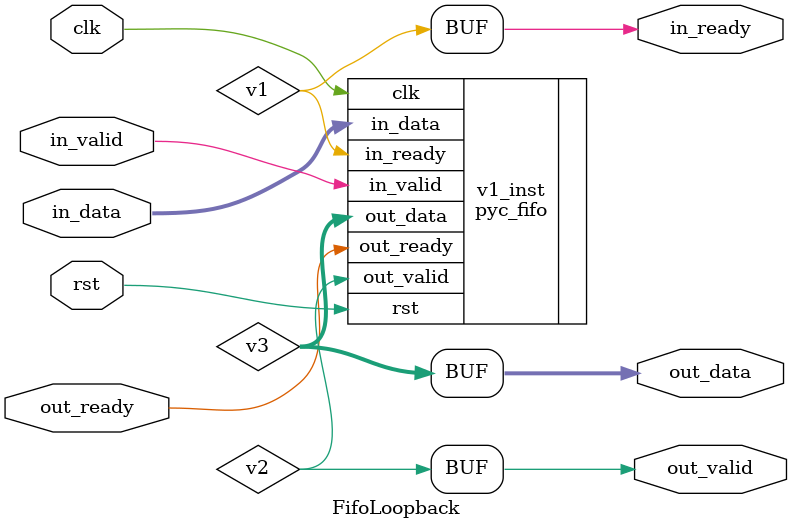
<source format=sv>
`include "pyc_handshake_pkg.sv"
`include "pyc_stream_if.sv"
`include "pyc_mem_if.sv"
`include "pyc_add.sv"
`include "pyc_mux.sv"
`include "pyc_and.sv"
`include "pyc_or.sv"
`include "pyc_xor.sv"
`include "pyc_not.sv"
`include "pyc_reg.sv"
`include "pyc_fifo.sv"

`include "pyc_byte_mem.sv"

`include "pyc_queue.sv"
`include "pyc_picker_onehot.sv"
`include "pyc_rr_arb.sv"
`include "pyc_sram.sv"

module FifoLoopback (
  input logic clk,
  input logic rst,
  input logic in_valid,
  input logic [7:0] in_data,
  input logic out_ready,
  output logic in_ready,
  output logic out_valid,
  output logic [7:0] out_data
);

logic v1;
logic v2;
logic [7:0] v3;

pyc_fifo #(.WIDTH(8), .DEPTH(2)) v1_inst (
  .clk(clk),
  .rst(rst),
  .in_valid(in_valid),
  .in_ready(v1),
  .in_data(in_data),
  .out_valid(v2),
  .out_ready(out_ready),
  .out_data(v3)
);
assign in_ready = v1;
assign out_valid = v2;
assign out_data = v3;

endmodule


</source>
